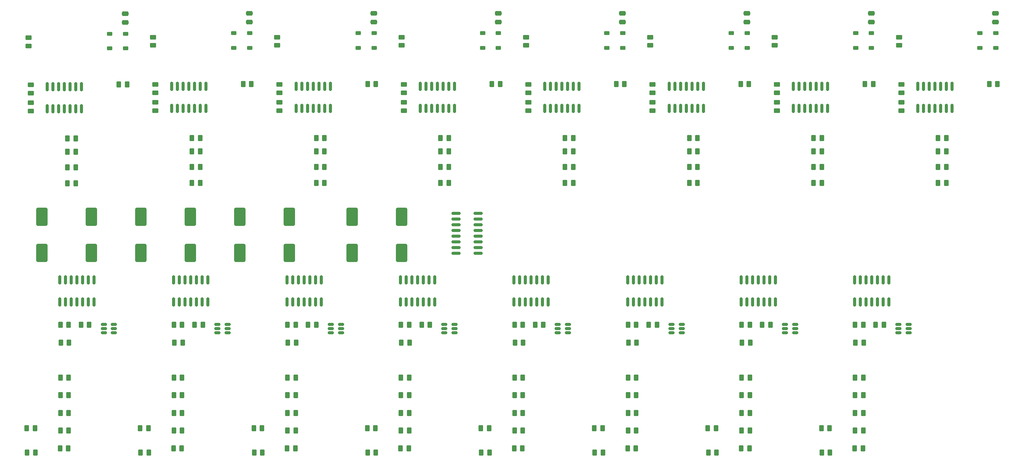
<source format=gbr>
%TF.GenerationSoftware,KiCad,Pcbnew,9.0.0*%
%TF.CreationDate,2025-06-12T15:06:46-04:00*%
%TF.ProjectId,Oblique Palette 0.5.1 PCB Main,4f626c69-7175-4652-9050-616c65747465,rev?*%
%TF.SameCoordinates,Original*%
%TF.FileFunction,Paste,Bot*%
%TF.FilePolarity,Positive*%
%FSLAX46Y46*%
G04 Gerber Fmt 4.6, Leading zero omitted, Abs format (unit mm)*
G04 Created by KiCad (PCBNEW 9.0.0) date 2025-06-12 15:06:46*
%MOMM*%
%LPD*%
G01*
G04 APERTURE LIST*
G04 Aperture macros list*
%AMRoundRect*
0 Rectangle with rounded corners*
0 $1 Rounding radius*
0 $2 $3 $4 $5 $6 $7 $8 $9 X,Y pos of 4 corners*
0 Add a 4 corners polygon primitive as box body*
4,1,4,$2,$3,$4,$5,$6,$7,$8,$9,$2,$3,0*
0 Add four circle primitives for the rounded corners*
1,1,$1+$1,$2,$3*
1,1,$1+$1,$4,$5*
1,1,$1+$1,$6,$7*
1,1,$1+$1,$8,$9*
0 Add four rect primitives between the rounded corners*
20,1,$1+$1,$2,$3,$4,$5,0*
20,1,$1+$1,$4,$5,$6,$7,0*
20,1,$1+$1,$6,$7,$8,$9,0*
20,1,$1+$1,$8,$9,$2,$3,0*%
G04 Aperture macros list end*
%ADD10RoundRect,0.150000X0.825000X0.150000X-0.825000X0.150000X-0.825000X-0.150000X0.825000X-0.150000X0*%
%ADD11RoundRect,0.250000X0.262500X0.450000X-0.262500X0.450000X-0.262500X-0.450000X0.262500X-0.450000X0*%
%ADD12RoundRect,0.250000X0.450000X-0.262500X0.450000X0.262500X-0.450000X0.262500X-0.450000X-0.262500X0*%
%ADD13RoundRect,0.250000X-0.262500X-0.450000X0.262500X-0.450000X0.262500X0.450000X-0.262500X0.450000X0*%
%ADD14RoundRect,0.150000X0.512500X0.150000X-0.512500X0.150000X-0.512500X-0.150000X0.512500X-0.150000X0*%
%ADD15RoundRect,0.225000X-0.375000X0.225000X-0.375000X-0.225000X0.375000X-0.225000X0.375000X0.225000X0*%
%ADD16RoundRect,0.250000X1.000000X-1.750000X1.000000X1.750000X-1.000000X1.750000X-1.000000X-1.750000X0*%
%ADD17RoundRect,0.150000X0.150000X-0.825000X0.150000X0.825000X-0.150000X0.825000X-0.150000X-0.825000X0*%
%ADD18RoundRect,0.250000X0.475000X-0.250000X0.475000X0.250000X-0.475000X0.250000X-0.475000X-0.250000X0*%
G04 APERTURE END LIST*
D10*
%TO.C,U1*%
X115050000Y-67640000D03*
X115050000Y-68910000D03*
X115050000Y-70180000D03*
X115050000Y-71450000D03*
X115050000Y-72720000D03*
X115050000Y-73990000D03*
X115050000Y-75260000D03*
X115050000Y-76530000D03*
X120000000Y-76530000D03*
X120000000Y-75260000D03*
X120000000Y-73990000D03*
X120000000Y-72720000D03*
X120000000Y-71450000D03*
X120000000Y-70180000D03*
X120000000Y-68910000D03*
X120000000Y-67640000D03*
%TD*%
D11*
%TO.C,R116*%
X54162500Y-104195700D03*
X52337500Y-104195700D03*
%TD*%
D12*
%TO.C,R22*%
X75814000Y-40732500D03*
X75814000Y-38907500D03*
%TD*%
D13*
%TO.C,R161*%
X67744500Y-38820000D03*
X69569500Y-38820000D03*
%TD*%
%TO.C,R31*%
X111646000Y-53820000D03*
X113471000Y-53820000D03*
%TD*%
%TO.C,R152*%
X203750000Y-119910000D03*
X205575000Y-119910000D03*
%TD*%
D11*
%TO.C,R101*%
X196442000Y-50820000D03*
X194617000Y-50820000D03*
%TD*%
D13*
%TO.C,R136*%
X171087500Y-115410000D03*
X172912500Y-115410000D03*
%TD*%
%TO.C,R97*%
X77500000Y-119910000D03*
X79325000Y-119910000D03*
%TD*%
D11*
%TO.C,R94*%
X168785000Y-50820000D03*
X166960000Y-50820000D03*
%TD*%
D13*
%TO.C,R114*%
X120587500Y-115410000D03*
X122412500Y-115410000D03*
%TD*%
%TO.C,R117*%
X128087500Y-112052900D03*
X129912500Y-112052900D03*
%TD*%
D12*
%TO.C,R4*%
X20500000Y-44822500D03*
X20500000Y-42997500D03*
%TD*%
D11*
%TO.C,R123*%
X79412500Y-104195700D03*
X77587500Y-104195700D03*
%TD*%
D14*
%TO.C,U11*%
X39000000Y-92310000D03*
X39000000Y-93260000D03*
X39000000Y-94210000D03*
X36725000Y-94210000D03*
X36725000Y-93260000D03*
X36725000Y-92310000D03*
%TD*%
D13*
%TO.C,R74*%
X27087500Y-115981400D03*
X28912500Y-115981400D03*
%TD*%
D11*
%TO.C,R79*%
X85814000Y-50820000D03*
X83989000Y-50820000D03*
%TD*%
D13*
%TO.C,R53*%
X194617000Y-57320000D03*
X196442000Y-57320000D03*
%TD*%
D15*
%TO.C,D41*%
X207492000Y-27520000D03*
X207492000Y-30820000D03*
%TD*%
D13*
%TO.C,R61*%
X222274000Y-57320000D03*
X224099000Y-57320000D03*
%TD*%
D12*
%TO.C,R52*%
X186442000Y-44732500D03*
X186442000Y-42907500D03*
%TD*%
%TO.C,R12*%
X48157000Y-44732500D03*
X48157000Y-42907500D03*
%TD*%
D11*
%TO.C,R98*%
X104662500Y-92410000D03*
X102837500Y-92410000D03*
%TD*%
D16*
%TO.C,C4*%
X45000000Y-76410000D03*
X45000000Y-68410000D03*
%TD*%
D13*
%TO.C,R27*%
X111646000Y-60820000D03*
X113471000Y-60820000D03*
%TD*%
D15*
%TO.C,D29*%
X152178000Y-27520000D03*
X152178000Y-30820000D03*
%TD*%
D16*
%TO.C,C2*%
X56000000Y-76410000D03*
X56000000Y-68410000D03*
%TD*%
D13*
%TO.C,R81*%
X44837500Y-115410000D03*
X46662500Y-115410000D03*
%TD*%
D11*
%TO.C,R100*%
X104750000Y-96410000D03*
X102925000Y-96410000D03*
%TD*%
D12*
%TO.C,R16*%
X47657000Y-30232500D03*
X47657000Y-28407500D03*
%TD*%
D17*
%TO.C,U4*%
X59467000Y-44270000D03*
X58197000Y-44270000D03*
X56927000Y-44270000D03*
X55657000Y-44270000D03*
X54387000Y-44270000D03*
X53117000Y-44270000D03*
X51847000Y-44270000D03*
X51847000Y-39320000D03*
X53117000Y-39320000D03*
X54387000Y-39320000D03*
X55657000Y-39320000D03*
X56927000Y-39320000D03*
X58197000Y-39320000D03*
X59467000Y-39320000D03*
%TD*%
D18*
%TO.C,C14*%
X179756000Y-24995700D03*
X179756000Y-23095700D03*
%TD*%
D11*
%TO.C,R138*%
X155162500Y-104195700D03*
X153337500Y-104195700D03*
%TD*%
D12*
%TO.C,R30*%
X103471000Y-40732500D03*
X103471000Y-38907500D03*
%TD*%
D13*
%TO.C,R141*%
X178500000Y-119910000D03*
X180325000Y-119910000D03*
%TD*%
D17*
%TO.C,U9*%
X197752000Y-44270000D03*
X196482000Y-44270000D03*
X195212000Y-44270000D03*
X193942000Y-44270000D03*
X192672000Y-44270000D03*
X191402000Y-44270000D03*
X190132000Y-44270000D03*
X190132000Y-39320000D03*
X191402000Y-39320000D03*
X192672000Y-39320000D03*
X193942000Y-39320000D03*
X195212000Y-39320000D03*
X196482000Y-39320000D03*
X197752000Y-39320000D03*
%TD*%
%TO.C,U7*%
X142438000Y-44270000D03*
X141168000Y-44270000D03*
X139898000Y-44270000D03*
X138628000Y-44270000D03*
X137358000Y-44270000D03*
X136088000Y-44270000D03*
X134818000Y-44270000D03*
X134818000Y-39320000D03*
X136088000Y-39320000D03*
X137358000Y-39320000D03*
X138628000Y-39320000D03*
X139898000Y-39320000D03*
X141168000Y-39320000D03*
X142438000Y-39320000D03*
%TD*%
D13*
%TO.C,R73*%
X27087500Y-112052900D03*
X28912500Y-112052900D03*
%TD*%
%TO.C,R129*%
X153337500Y-115981400D03*
X155162500Y-115981400D03*
%TD*%
D12*
%TO.C,R46*%
X158785000Y-40732500D03*
X158785000Y-38907500D03*
%TD*%
D13*
%TO.C,R125*%
X145837500Y-115410000D03*
X147662500Y-115410000D03*
%TD*%
%TO.C,R147*%
X196337500Y-115410000D03*
X198162500Y-115410000D03*
%TD*%
%TO.C,R139*%
X178587500Y-112052900D03*
X180412500Y-112052900D03*
%TD*%
%TO.C,R11*%
X56332000Y-60820000D03*
X58157000Y-60820000D03*
%TD*%
%TO.C,R84*%
X52337500Y-112052900D03*
X54162500Y-112052900D03*
%TD*%
%TO.C,R21*%
X83989000Y-57320000D03*
X85814000Y-57320000D03*
%TD*%
%TO.C,R63*%
X222274000Y-53820000D03*
X224099000Y-53820000D03*
%TD*%
D17*
%TO.C,U3*%
X31810000Y-44360000D03*
X30540000Y-44360000D03*
X29270000Y-44360000D03*
X28000000Y-44360000D03*
X26730000Y-44360000D03*
X25460000Y-44360000D03*
X24190000Y-44360000D03*
X24190000Y-39410000D03*
X25460000Y-39410000D03*
X26730000Y-39410000D03*
X28000000Y-39410000D03*
X29270000Y-39410000D03*
X30540000Y-39410000D03*
X31810000Y-39410000D03*
%TD*%
D14*
%TO.C,U23*%
X190500000Y-92310000D03*
X190500000Y-93260000D03*
X190500000Y-94210000D03*
X188225000Y-94210000D03*
X188225000Y-93260000D03*
X188225000Y-92310000D03*
%TD*%
D13*
%TO.C,R19*%
X83989000Y-60820000D03*
X85814000Y-60820000D03*
%TD*%
D17*
%TO.C,U5*%
X87124000Y-44270000D03*
X85854000Y-44270000D03*
X84584000Y-44270000D03*
X83314000Y-44270000D03*
X82044000Y-44270000D03*
X80774000Y-44270000D03*
X79504000Y-44270000D03*
X79504000Y-39320000D03*
X80774000Y-39320000D03*
X82044000Y-39320000D03*
X83314000Y-39320000D03*
X84584000Y-39320000D03*
X85854000Y-39320000D03*
X87124000Y-39320000D03*
%TD*%
D13*
%TO.C,R168*%
X208425000Y-92410000D03*
X210250000Y-92410000D03*
%TD*%
D14*
%TO.C,U13*%
X64250000Y-92310000D03*
X64250000Y-93260000D03*
X64250000Y-94210000D03*
X61975000Y-94210000D03*
X61975000Y-93260000D03*
X61975000Y-92310000D03*
%TD*%
D11*
%TO.C,R122*%
X155250000Y-96410000D03*
X153425000Y-96410000D03*
%TD*%
D16*
%TO.C,C5*%
X78000000Y-76410000D03*
X78000000Y-68410000D03*
%TD*%
D13*
%TO.C,R164*%
X150715500Y-38820000D03*
X152540500Y-38820000D03*
%TD*%
D18*
%TO.C,C16*%
X235070000Y-24995700D03*
X235070000Y-23095700D03*
%TD*%
D13*
%TO.C,R45*%
X166960000Y-57320000D03*
X168785000Y-57320000D03*
%TD*%
D12*
%TO.C,R40*%
X130628000Y-30232500D03*
X130628000Y-28407500D03*
%TD*%
%TO.C,R62*%
X214099000Y-40732500D03*
X214099000Y-38907500D03*
%TD*%
D13*
%TO.C,R154*%
X56925000Y-92410000D03*
X58750000Y-92410000D03*
%TD*%
%TO.C,R153*%
X31675000Y-92410000D03*
X33500000Y-92410000D03*
%TD*%
D11*
%TO.C,R111*%
X130000000Y-96410000D03*
X128175000Y-96410000D03*
%TD*%
%TO.C,R68*%
X30500000Y-50910000D03*
X28675000Y-50910000D03*
%TD*%
D13*
%TO.C,R107*%
X102837500Y-115981400D03*
X104662500Y-115981400D03*
%TD*%
D11*
%TO.C,R131*%
X180412500Y-92410000D03*
X178587500Y-92410000D03*
%TD*%
D13*
%TO.C,R140*%
X178587500Y-115981400D03*
X180412500Y-115981400D03*
%TD*%
D17*
%TO.C,U18*%
X110350000Y-87360000D03*
X109080000Y-87360000D03*
X107810000Y-87360000D03*
X106540000Y-87360000D03*
X105270000Y-87360000D03*
X104000000Y-87360000D03*
X102730000Y-87360000D03*
X102730000Y-82410000D03*
X104000000Y-82410000D03*
X105270000Y-82410000D03*
X106540000Y-82410000D03*
X107810000Y-82410000D03*
X109080000Y-82410000D03*
X110350000Y-82410000D03*
%TD*%
D15*
%TO.C,D46*%
X231599000Y-27520000D03*
X231599000Y-30820000D03*
%TD*%
D13*
%TO.C,R135*%
X178587500Y-108124300D03*
X180412500Y-108124300D03*
%TD*%
D15*
%TO.C,D47*%
X235149000Y-27520000D03*
X235149000Y-30820000D03*
%TD*%
D11*
%TO.C,R93*%
X72000000Y-120910000D03*
X70175000Y-120910000D03*
%TD*%
D15*
%TO.C,D4*%
X38000000Y-27610000D03*
X38000000Y-30910000D03*
%TD*%
D12*
%TO.C,R38*%
X131128000Y-40732500D03*
X131128000Y-38907500D03*
%TD*%
D13*
%TO.C,R118*%
X128087500Y-115981400D03*
X129912500Y-115981400D03*
%TD*%
D16*
%TO.C,C6*%
X34000000Y-76410000D03*
X34000000Y-68410000D03*
%TD*%
D14*
%TO.C,U25*%
X215750000Y-92310000D03*
X215750000Y-93260000D03*
X215750000Y-94210000D03*
X213475000Y-94210000D03*
X213475000Y-93260000D03*
X213475000Y-92310000D03*
%TD*%
D13*
%TO.C,R160*%
X40087500Y-38910000D03*
X41912500Y-38910000D03*
%TD*%
%TO.C,R70*%
X19587500Y-115410000D03*
X21412500Y-115410000D03*
%TD*%
D11*
%TO.C,R149*%
X205662500Y-104195700D03*
X203837500Y-104195700D03*
%TD*%
D12*
%TO.C,R56*%
X185942000Y-30232500D03*
X185942000Y-28407500D03*
%TD*%
D13*
%TO.C,R7*%
X28675000Y-53910000D03*
X30500000Y-53910000D03*
%TD*%
%TO.C,R5*%
X28675000Y-57410000D03*
X30500000Y-57410000D03*
%TD*%
D11*
%TO.C,R145*%
X180412500Y-104195700D03*
X178587500Y-104195700D03*
%TD*%
D16*
%TO.C,C1*%
X103000000Y-76410000D03*
X103000000Y-68410000D03*
%TD*%
D14*
%TO.C,U19*%
X140000000Y-92310000D03*
X140000000Y-93260000D03*
X140000000Y-94210000D03*
X137725000Y-94210000D03*
X137725000Y-93260000D03*
X137725000Y-92310000D03*
%TD*%
D13*
%TO.C,R39*%
X139303000Y-53820000D03*
X141128000Y-53820000D03*
%TD*%
%TO.C,R157*%
X132675000Y-92410000D03*
X134500000Y-92410000D03*
%TD*%
%TO.C,R43*%
X166960000Y-60820000D03*
X168785000Y-60820000D03*
%TD*%
D11*
%TO.C,R148*%
X198250000Y-120910000D03*
X196425000Y-120910000D03*
%TD*%
D13*
%TO.C,R128*%
X153337500Y-112052900D03*
X155162500Y-112052900D03*
%TD*%
D17*
%TO.C,U20*%
X135600000Y-87360000D03*
X134330000Y-87360000D03*
X133060000Y-87360000D03*
X131790000Y-87360000D03*
X130520000Y-87360000D03*
X129250000Y-87360000D03*
X127980000Y-87360000D03*
X127980000Y-82410000D03*
X129250000Y-82410000D03*
X130520000Y-82410000D03*
X131790000Y-82410000D03*
X133060000Y-82410000D03*
X134330000Y-82410000D03*
X135600000Y-82410000D03*
%TD*%
%TO.C,U22*%
X160850000Y-87360000D03*
X159580000Y-87360000D03*
X158310000Y-87360000D03*
X157040000Y-87360000D03*
X155770000Y-87360000D03*
X154500000Y-87360000D03*
X153230000Y-87360000D03*
X153230000Y-82410000D03*
X154500000Y-82410000D03*
X155770000Y-82410000D03*
X157040000Y-82410000D03*
X158310000Y-82410000D03*
X159580000Y-82410000D03*
X160850000Y-82410000D03*
%TD*%
D14*
%TO.C,U21*%
X165250000Y-92310000D03*
X165250000Y-93260000D03*
X165250000Y-94210000D03*
X162975000Y-94210000D03*
X162975000Y-93260000D03*
X162975000Y-92310000D03*
%TD*%
D13*
%TO.C,R158*%
X157925000Y-92410000D03*
X159750000Y-92410000D03*
%TD*%
%TO.C,R95*%
X77587500Y-112052900D03*
X79412500Y-112052900D03*
%TD*%
D15*
%TO.C,D5*%
X41550000Y-27610000D03*
X41550000Y-30910000D03*
%TD*%
D13*
%TO.C,R163*%
X123058500Y-38820000D03*
X124883500Y-38820000D03*
%TD*%
D11*
%TO.C,R90*%
X141128000Y-50820000D03*
X139303000Y-50820000D03*
%TD*%
D13*
%TO.C,R59*%
X222274000Y-60820000D03*
X224099000Y-60820000D03*
%TD*%
D12*
%TO.C,R20*%
X75814000Y-44732500D03*
X75814000Y-42907500D03*
%TD*%
%TO.C,R8*%
X20000000Y-30322500D03*
X20000000Y-28497500D03*
%TD*%
D13*
%TO.C,R155*%
X82175000Y-92410000D03*
X84000000Y-92410000D03*
%TD*%
%TO.C,R124*%
X153337500Y-108124300D03*
X155162500Y-108124300D03*
%TD*%
%TO.C,R80*%
X52337500Y-108124300D03*
X54162500Y-108124300D03*
%TD*%
D15*
%TO.C,D10*%
X65657000Y-27520000D03*
X65657000Y-30820000D03*
%TD*%
D13*
%TO.C,R96*%
X77587500Y-115981400D03*
X79412500Y-115981400D03*
%TD*%
%TO.C,R55*%
X194617000Y-53820000D03*
X196442000Y-53820000D03*
%TD*%
%TO.C,R75*%
X27000000Y-119910000D03*
X28825000Y-119910000D03*
%TD*%
%TO.C,R35*%
X139303000Y-60820000D03*
X141128000Y-60820000D03*
%TD*%
%TO.C,R165*%
X178372500Y-38820000D03*
X180197500Y-38820000D03*
%TD*%
D15*
%TO.C,D28*%
X148628000Y-27520000D03*
X148628000Y-30820000D03*
%TD*%
D18*
%TO.C,C12*%
X124442000Y-24995700D03*
X124442000Y-23095700D03*
%TD*%
D12*
%TO.C,R64*%
X213599000Y-30232500D03*
X213599000Y-28407500D03*
%TD*%
D11*
%TO.C,R83*%
X113471000Y-50820000D03*
X111646000Y-50820000D03*
%TD*%
D15*
%TO.C,D35*%
X179835000Y-27520000D03*
X179835000Y-30820000D03*
%TD*%
D18*
%TO.C,C15*%
X207413000Y-24995700D03*
X207413000Y-23095700D03*
%TD*%
D11*
%TO.C,R133*%
X180500000Y-96410000D03*
X178675000Y-96410000D03*
%TD*%
D13*
%TO.C,R85*%
X52337500Y-115981400D03*
X54162500Y-115981400D03*
%TD*%
D12*
%TO.C,R32*%
X102971000Y-30232500D03*
X102971000Y-28407500D03*
%TD*%
D17*
%TO.C,U10*%
X225409000Y-44270000D03*
X224139000Y-44270000D03*
X222869000Y-44270000D03*
X221599000Y-44270000D03*
X220329000Y-44270000D03*
X219059000Y-44270000D03*
X217789000Y-44270000D03*
X217789000Y-39320000D03*
X219059000Y-39320000D03*
X220329000Y-39320000D03*
X221599000Y-39320000D03*
X222869000Y-39320000D03*
X224139000Y-39320000D03*
X225409000Y-39320000D03*
%TD*%
D12*
%TO.C,R54*%
X186442000Y-40732500D03*
X186442000Y-38907500D03*
%TD*%
D13*
%TO.C,R37*%
X139303000Y-57320000D03*
X141128000Y-57320000D03*
%TD*%
%TO.C,R69*%
X27087500Y-108124300D03*
X28912500Y-108124300D03*
%TD*%
%TO.C,R108*%
X102750000Y-119910000D03*
X104575000Y-119910000D03*
%TD*%
D17*
%TO.C,U26*%
X211350000Y-87360000D03*
X210080000Y-87360000D03*
X208810000Y-87360000D03*
X207540000Y-87360000D03*
X206270000Y-87360000D03*
X205000000Y-87360000D03*
X203730000Y-87360000D03*
X203730000Y-82410000D03*
X205000000Y-82410000D03*
X206270000Y-82410000D03*
X207540000Y-82410000D03*
X208810000Y-82410000D03*
X210080000Y-82410000D03*
X211350000Y-82410000D03*
%TD*%
D12*
%TO.C,R28*%
X103471000Y-44732500D03*
X103471000Y-42907500D03*
%TD*%
D13*
%TO.C,R156*%
X107425000Y-92410000D03*
X109250000Y-92410000D03*
%TD*%
D15*
%TO.C,D16*%
X93314000Y-27520000D03*
X93314000Y-30820000D03*
%TD*%
D13*
%TO.C,R150*%
X203837500Y-112052900D03*
X205662500Y-112052900D03*
%TD*%
D14*
%TO.C,U15*%
X89500000Y-92310000D03*
X89500000Y-93260000D03*
X89500000Y-94210000D03*
X87225000Y-94210000D03*
X87225000Y-93260000D03*
X87225000Y-92310000D03*
%TD*%
D11*
%TO.C,R109*%
X129912500Y-92410000D03*
X128087500Y-92410000D03*
%TD*%
D16*
%TO.C,C8*%
X23000000Y-76410000D03*
X23000000Y-68410000D03*
%TD*%
D13*
%TO.C,R106*%
X102837500Y-112052900D03*
X104662500Y-112052900D03*
%TD*%
%TO.C,R15*%
X56332000Y-53820000D03*
X58157000Y-53820000D03*
%TD*%
D16*
%TO.C,C3*%
X92000000Y-76410000D03*
X92000000Y-68410000D03*
%TD*%
D18*
%TO.C,C10*%
X69128000Y-24995700D03*
X69128000Y-23095700D03*
%TD*%
D11*
%TO.C,R127*%
X104662500Y-104195700D03*
X102837500Y-104195700D03*
%TD*%
D13*
%TO.C,R103*%
X95337500Y-115410000D03*
X97162500Y-115410000D03*
%TD*%
D12*
%TO.C,R36*%
X131128000Y-44732500D03*
X131128000Y-42907500D03*
%TD*%
D18*
%TO.C,C11*%
X96785000Y-24995700D03*
X96785000Y-23095700D03*
%TD*%
D11*
%TO.C,R78*%
X54250000Y-96410000D03*
X52425000Y-96410000D03*
%TD*%
%TO.C,R134*%
X129912500Y-104195700D03*
X128087500Y-104195700D03*
%TD*%
D13*
%TO.C,R146*%
X203837500Y-108124300D03*
X205662500Y-108124300D03*
%TD*%
D11*
%TO.C,R126*%
X147750000Y-120910000D03*
X145925000Y-120910000D03*
%TD*%
D18*
%TO.C,C9*%
X41471000Y-25085700D03*
X41471000Y-23185700D03*
%TD*%
D17*
%TO.C,U24*%
X186100000Y-87360000D03*
X184830000Y-87360000D03*
X183560000Y-87360000D03*
X182290000Y-87360000D03*
X181020000Y-87360000D03*
X179750000Y-87360000D03*
X178480000Y-87360000D03*
X178480000Y-82410000D03*
X179750000Y-82410000D03*
X181020000Y-82410000D03*
X182290000Y-82410000D03*
X183560000Y-82410000D03*
X184830000Y-82410000D03*
X186100000Y-82410000D03*
%TD*%
D11*
%TO.C,R76*%
X54162500Y-92410000D03*
X52337500Y-92410000D03*
%TD*%
D13*
%TO.C,R23*%
X83989000Y-53820000D03*
X85814000Y-53820000D03*
%TD*%
D12*
%TO.C,R24*%
X75314000Y-30232500D03*
X75314000Y-28407500D03*
%TD*%
D13*
%TO.C,R3*%
X28675000Y-60910000D03*
X30500000Y-60910000D03*
%TD*%
%TO.C,R86*%
X52250000Y-119910000D03*
X54075000Y-119910000D03*
%TD*%
D18*
%TO.C,C13*%
X152099000Y-24995700D03*
X152099000Y-23095700D03*
%TD*%
D12*
%TO.C,R60*%
X214099000Y-44732500D03*
X214099000Y-42907500D03*
%TD*%
D13*
%TO.C,R119*%
X128000000Y-119910000D03*
X129825000Y-119910000D03*
%TD*%
%TO.C,R166*%
X206029500Y-38820000D03*
X207854500Y-38820000D03*
%TD*%
D11*
%TO.C,R67*%
X29000000Y-96410000D03*
X27175000Y-96410000D03*
%TD*%
D16*
%TO.C,C7*%
X67000000Y-76410000D03*
X67000000Y-68410000D03*
%TD*%
D13*
%TO.C,R159*%
X183175000Y-92410000D03*
X185000000Y-92410000D03*
%TD*%
D15*
%TO.C,D23*%
X124521000Y-27520000D03*
X124521000Y-30820000D03*
%TD*%
D13*
%TO.C,R29*%
X111646000Y-57320000D03*
X113471000Y-57320000D03*
%TD*%
D15*
%TO.C,D17*%
X96864000Y-27520000D03*
X96864000Y-30820000D03*
%TD*%
%TO.C,D22*%
X120971000Y-27520000D03*
X120971000Y-30820000D03*
%TD*%
D17*
%TO.C,U14*%
X59850000Y-87360000D03*
X58580000Y-87360000D03*
X57310000Y-87360000D03*
X56040000Y-87360000D03*
X54770000Y-87360000D03*
X53500000Y-87360000D03*
X52230000Y-87360000D03*
X52230000Y-82410000D03*
X53500000Y-82410000D03*
X54770000Y-82410000D03*
X56040000Y-82410000D03*
X57310000Y-82410000D03*
X58580000Y-82410000D03*
X59850000Y-82410000D03*
%TD*%
D12*
%TO.C,R44*%
X158785000Y-44732500D03*
X158785000Y-42907500D03*
%TD*%
D17*
%TO.C,U8*%
X170095000Y-44270000D03*
X168825000Y-44270000D03*
X167555000Y-44270000D03*
X166285000Y-44270000D03*
X165015000Y-44270000D03*
X163745000Y-44270000D03*
X162475000Y-44270000D03*
X162475000Y-39320000D03*
X163745000Y-39320000D03*
X165015000Y-39320000D03*
X166285000Y-39320000D03*
X167555000Y-39320000D03*
X168825000Y-39320000D03*
X170095000Y-39320000D03*
%TD*%
D13*
%TO.C,R130*%
X153250000Y-119910000D03*
X155075000Y-119910000D03*
%TD*%
D11*
%TO.C,R144*%
X205750000Y-96410000D03*
X203925000Y-96410000D03*
%TD*%
%TO.C,R137*%
X173000000Y-120910000D03*
X171175000Y-120910000D03*
%TD*%
D15*
%TO.C,D34*%
X176285000Y-27520000D03*
X176285000Y-30820000D03*
%TD*%
D13*
%TO.C,R102*%
X102837500Y-108124300D03*
X104662500Y-108124300D03*
%TD*%
D11*
%TO.C,R72*%
X58157000Y-50820000D03*
X56332000Y-50820000D03*
%TD*%
D13*
%TO.C,R162*%
X95401500Y-38820000D03*
X97226500Y-38820000D03*
%TD*%
D11*
%TO.C,R105*%
X224099000Y-50820000D03*
X222274000Y-50820000D03*
%TD*%
D12*
%TO.C,R48*%
X158285000Y-30232500D03*
X158285000Y-28407500D03*
%TD*%
D13*
%TO.C,R13*%
X56332000Y-57320000D03*
X58157000Y-57320000D03*
%TD*%
%TO.C,R151*%
X203837500Y-115981400D03*
X205662500Y-115981400D03*
%TD*%
%TO.C,R113*%
X128087500Y-108124300D03*
X129912500Y-108124300D03*
%TD*%
D11*
%TO.C,R71*%
X21500000Y-120910000D03*
X19675000Y-120910000D03*
%TD*%
%TO.C,R112*%
X28912500Y-104195700D03*
X27087500Y-104195700D03*
%TD*%
D15*
%TO.C,D11*%
X69207000Y-27520000D03*
X69207000Y-30820000D03*
%TD*%
D13*
%TO.C,R167*%
X233686500Y-38820000D03*
X235511500Y-38820000D03*
%TD*%
D11*
%TO.C,R115*%
X122500000Y-120910000D03*
X120675000Y-120910000D03*
%TD*%
D17*
%TO.C,U6*%
X114781000Y-44270000D03*
X113511000Y-44270000D03*
X112241000Y-44270000D03*
X110971000Y-44270000D03*
X109701000Y-44270000D03*
X108431000Y-44270000D03*
X107161000Y-44270000D03*
X107161000Y-39320000D03*
X108431000Y-39320000D03*
X109701000Y-39320000D03*
X110971000Y-39320000D03*
X112241000Y-39320000D03*
X113511000Y-39320000D03*
X114781000Y-39320000D03*
%TD*%
%TO.C,U12*%
X34600000Y-87360000D03*
X33330000Y-87360000D03*
X32060000Y-87360000D03*
X30790000Y-87360000D03*
X29520000Y-87360000D03*
X28250000Y-87360000D03*
X26980000Y-87360000D03*
X26980000Y-82410000D03*
X28250000Y-82410000D03*
X29520000Y-82410000D03*
X30790000Y-82410000D03*
X32060000Y-82410000D03*
X33330000Y-82410000D03*
X34600000Y-82410000D03*
%TD*%
D11*
%TO.C,R82*%
X46750000Y-120910000D03*
X44925000Y-120910000D03*
%TD*%
D13*
%TO.C,R91*%
X77587500Y-108124300D03*
X79412500Y-108124300D03*
%TD*%
D14*
%TO.C,U17*%
X114750000Y-92310000D03*
X114750000Y-93260000D03*
X114750000Y-94210000D03*
X112475000Y-94210000D03*
X112475000Y-93260000D03*
X112475000Y-92310000D03*
%TD*%
D11*
%TO.C,R87*%
X79412500Y-92410000D03*
X77587500Y-92410000D03*
%TD*%
D17*
%TO.C,U16*%
X85100000Y-87360000D03*
X83830000Y-87360000D03*
X82560000Y-87360000D03*
X81290000Y-87360000D03*
X80020000Y-87360000D03*
X78750000Y-87360000D03*
X77480000Y-87360000D03*
X77480000Y-82410000D03*
X78750000Y-82410000D03*
X80020000Y-82410000D03*
X81290000Y-82410000D03*
X82560000Y-82410000D03*
X83830000Y-82410000D03*
X85100000Y-82410000D03*
%TD*%
D11*
%TO.C,R89*%
X79500000Y-96410000D03*
X77675000Y-96410000D03*
%TD*%
%TO.C,R104*%
X97250000Y-120910000D03*
X95425000Y-120910000D03*
%TD*%
D13*
%TO.C,R92*%
X70087500Y-115410000D03*
X71912500Y-115410000D03*
%TD*%
D15*
%TO.C,D40*%
X203942000Y-27520000D03*
X203942000Y-30820000D03*
%TD*%
D12*
%TO.C,R14*%
X48157000Y-40732500D03*
X48157000Y-38907500D03*
%TD*%
D13*
%TO.C,R47*%
X166960000Y-53820000D03*
X168785000Y-53820000D03*
%TD*%
D11*
%TO.C,R65*%
X28912500Y-92410000D03*
X27087500Y-92410000D03*
%TD*%
D12*
%TO.C,R6*%
X20500000Y-40822500D03*
X20500000Y-38997500D03*
%TD*%
D11*
%TO.C,R142*%
X205662500Y-92410000D03*
X203837500Y-92410000D03*
%TD*%
%TO.C,R120*%
X155162500Y-92410000D03*
X153337500Y-92410000D03*
%TD*%
D13*
%TO.C,R51*%
X194617000Y-60820000D03*
X196442000Y-60820000D03*
%TD*%
M02*

</source>
